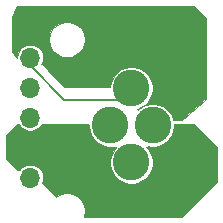
<source format=gtl>
G04 #@! TF.GenerationSoftware,KiCad,Pcbnew,5.1.5-52549c5~84~ubuntu19.10.1*
G04 #@! TF.CreationDate,2020-03-01T20:16:17+01:00*
G04 #@! TF.ProjectId,C245_conn,43323435-5f63-46f6-9e6e-2e6b69636164,rev?*
G04 #@! TF.SameCoordinates,Original*
G04 #@! TF.FileFunction,Copper,L1,Top*
G04 #@! TF.FilePolarity,Positive*
%FSLAX46Y46*%
G04 Gerber Fmt 4.6, Leading zero omitted, Abs format (unit mm)*
G04 Created by KiCad (PCBNEW 5.1.5-52549c5~84~ubuntu19.10.1) date 2020-03-01 20:16:17*
%MOMM*%
%LPD*%
G04 APERTURE LIST*
%ADD10C,3.100000*%
%ADD11O,1.700000X1.700000*%
%ADD12R,1.700000X1.700000*%
%ADD13C,0.200000*%
%ADD14C,0.100000*%
G04 APERTURE END LIST*
D10*
X116275000Y-107025000D03*
X112675000Y-107025000D03*
X116275000Y-113325000D03*
X112675000Y-113325000D03*
X110875000Y-110175000D03*
X114475000Y-110175000D03*
D11*
X104100000Y-114600000D03*
X104100000Y-112060000D03*
X104100000Y-109520000D03*
X104100000Y-106980000D03*
X104100000Y-104440000D03*
D12*
X104100000Y-101900000D03*
D13*
X112675000Y-107025000D02*
X111700000Y-108000000D01*
X111700000Y-108000000D02*
X107000000Y-108000000D01*
X107000000Y-108000000D02*
X104000000Y-105000000D01*
X104100000Y-104900000D02*
X104100000Y-104440000D01*
X104000000Y-105000000D02*
X104100000Y-104900000D01*
D14*
G36*
X103245575Y-110221209D02*
G01*
X103398791Y-110374425D01*
X103578955Y-110494807D01*
X103779142Y-110577727D01*
X103991659Y-110620000D01*
X104208341Y-110620000D01*
X104420858Y-110577727D01*
X104621045Y-110494807D01*
X104801209Y-110374425D01*
X104954425Y-110221209D01*
X105068823Y-110050000D01*
X108948634Y-110050000D01*
X109000967Y-110071677D01*
X109075000Y-110145710D01*
X109075000Y-110352284D01*
X109144173Y-110700041D01*
X109279861Y-111027620D01*
X109476849Y-111322433D01*
X109727567Y-111573151D01*
X110022380Y-111770139D01*
X110349959Y-111905827D01*
X110697716Y-111975000D01*
X110904290Y-111975000D01*
X110935356Y-112006066D01*
X110942932Y-112012284D01*
X110951577Y-112016905D01*
X111022287Y-112046194D01*
X111031667Y-112049039D01*
X111041421Y-112050000D01*
X111404416Y-112050000D01*
X111276849Y-112177567D01*
X111079861Y-112472380D01*
X110944173Y-112799959D01*
X110875000Y-113147716D01*
X110875000Y-113502284D01*
X110944173Y-113850041D01*
X111079861Y-114177620D01*
X111276849Y-114472433D01*
X111527567Y-114723151D01*
X111822380Y-114920139D01*
X112149959Y-115055827D01*
X112497716Y-115125000D01*
X112852284Y-115125000D01*
X113200041Y-115055827D01*
X113527620Y-114920139D01*
X113822433Y-114723151D01*
X114073151Y-114472433D01*
X114270139Y-114177620D01*
X114405827Y-113850041D01*
X114475000Y-113502284D01*
X114475000Y-113147716D01*
X114405827Y-112799959D01*
X114270139Y-112472380D01*
X114073151Y-112177567D01*
X113944681Y-112049097D01*
X113951860Y-112048097D01*
X114004433Y-112033162D01*
X114013554Y-112029572D01*
X114021799Y-112024272D01*
X114027679Y-112018795D01*
X114064548Y-111978451D01*
X114072360Y-111967082D01*
X114089145Y-111933513D01*
X114297716Y-111975000D01*
X114652284Y-111975000D01*
X115000041Y-111905827D01*
X115327620Y-111770139D01*
X115622433Y-111573151D01*
X115873151Y-111322433D01*
X116070139Y-111027620D01*
X116205827Y-110700041D01*
X116275000Y-110352284D01*
X116275000Y-110050000D01*
X117948634Y-110050000D01*
X118000967Y-110071677D01*
X119928323Y-111999033D01*
X119950000Y-112051366D01*
X119950000Y-114948634D01*
X119928323Y-115000967D01*
X117000967Y-117928323D01*
X116948634Y-117950000D01*
X108631126Y-117950000D01*
X108667356Y-117862534D01*
X108725000Y-117572737D01*
X108725000Y-117277263D01*
X108667356Y-116987466D01*
X108554283Y-116714483D01*
X108390126Y-116468806D01*
X108181194Y-116259874D01*
X107935517Y-116095717D01*
X107662534Y-115982644D01*
X107372737Y-115925000D01*
X107077263Y-115925000D01*
X106787466Y-115982644D01*
X106514483Y-116095717D01*
X106305839Y-116235129D01*
X105109060Y-115038350D01*
X105157727Y-114920858D01*
X105200000Y-114708341D01*
X105200000Y-114491659D01*
X105157727Y-114279142D01*
X105074807Y-114078955D01*
X104954425Y-113898791D01*
X104801209Y-113745575D01*
X104621045Y-113625193D01*
X104420858Y-113542273D01*
X104208341Y-113500000D01*
X103991659Y-113500000D01*
X103779142Y-113542273D01*
X103578955Y-113625193D01*
X103398791Y-113745575D01*
X103245575Y-113898791D01*
X103211358Y-113950000D01*
X103051366Y-113950000D01*
X102999033Y-113928323D01*
X102071677Y-113000967D01*
X102050000Y-112948634D01*
X102050000Y-111051366D01*
X102071677Y-110999033D01*
X102999033Y-110071677D01*
X103051366Y-110050000D01*
X103131177Y-110050000D01*
X103245575Y-110221209D01*
G37*
X103245575Y-110221209D02*
X103398791Y-110374425D01*
X103578955Y-110494807D01*
X103779142Y-110577727D01*
X103991659Y-110620000D01*
X104208341Y-110620000D01*
X104420858Y-110577727D01*
X104621045Y-110494807D01*
X104801209Y-110374425D01*
X104954425Y-110221209D01*
X105068823Y-110050000D01*
X108948634Y-110050000D01*
X109000967Y-110071677D01*
X109075000Y-110145710D01*
X109075000Y-110352284D01*
X109144173Y-110700041D01*
X109279861Y-111027620D01*
X109476849Y-111322433D01*
X109727567Y-111573151D01*
X110022380Y-111770139D01*
X110349959Y-111905827D01*
X110697716Y-111975000D01*
X110904290Y-111975000D01*
X110935356Y-112006066D01*
X110942932Y-112012284D01*
X110951577Y-112016905D01*
X111022287Y-112046194D01*
X111031667Y-112049039D01*
X111041421Y-112050000D01*
X111404416Y-112050000D01*
X111276849Y-112177567D01*
X111079861Y-112472380D01*
X110944173Y-112799959D01*
X110875000Y-113147716D01*
X110875000Y-113502284D01*
X110944173Y-113850041D01*
X111079861Y-114177620D01*
X111276849Y-114472433D01*
X111527567Y-114723151D01*
X111822380Y-114920139D01*
X112149959Y-115055827D01*
X112497716Y-115125000D01*
X112852284Y-115125000D01*
X113200041Y-115055827D01*
X113527620Y-114920139D01*
X113822433Y-114723151D01*
X114073151Y-114472433D01*
X114270139Y-114177620D01*
X114405827Y-113850041D01*
X114475000Y-113502284D01*
X114475000Y-113147716D01*
X114405827Y-112799959D01*
X114270139Y-112472380D01*
X114073151Y-112177567D01*
X113944681Y-112049097D01*
X113951860Y-112048097D01*
X114004433Y-112033162D01*
X114013554Y-112029572D01*
X114021799Y-112024272D01*
X114027679Y-112018795D01*
X114064548Y-111978451D01*
X114072360Y-111967082D01*
X114089145Y-111933513D01*
X114297716Y-111975000D01*
X114652284Y-111975000D01*
X115000041Y-111905827D01*
X115327620Y-111770139D01*
X115622433Y-111573151D01*
X115873151Y-111322433D01*
X116070139Y-111027620D01*
X116205827Y-110700041D01*
X116275000Y-110352284D01*
X116275000Y-110050000D01*
X117948634Y-110050000D01*
X118000967Y-110071677D01*
X119928323Y-111999033D01*
X119950000Y-112051366D01*
X119950000Y-114948634D01*
X119928323Y-115000967D01*
X117000967Y-117928323D01*
X116948634Y-117950000D01*
X108631126Y-117950000D01*
X108667356Y-117862534D01*
X108725000Y-117572737D01*
X108725000Y-117277263D01*
X108667356Y-116987466D01*
X108554283Y-116714483D01*
X108390126Y-116468806D01*
X108181194Y-116259874D01*
X107935517Y-116095717D01*
X107662534Y-115982644D01*
X107372737Y-115925000D01*
X107077263Y-115925000D01*
X106787466Y-115982644D01*
X106514483Y-116095717D01*
X106305839Y-116235129D01*
X105109060Y-115038350D01*
X105157727Y-114920858D01*
X105200000Y-114708341D01*
X105200000Y-114491659D01*
X105157727Y-114279142D01*
X105074807Y-114078955D01*
X104954425Y-113898791D01*
X104801209Y-113745575D01*
X104621045Y-113625193D01*
X104420858Y-113542273D01*
X104208341Y-113500000D01*
X103991659Y-113500000D01*
X103779142Y-113542273D01*
X103578955Y-113625193D01*
X103398791Y-113745575D01*
X103245575Y-113898791D01*
X103211358Y-113950000D01*
X103051366Y-113950000D01*
X102999033Y-113928323D01*
X102071677Y-113000967D01*
X102050000Y-112948634D01*
X102050000Y-111051366D01*
X102071677Y-110999033D01*
X102999033Y-110071677D01*
X103051366Y-110050000D01*
X103131177Y-110050000D01*
X103245575Y-110221209D01*
G36*
X118928323Y-100999033D02*
G01*
X118950000Y-101051366D01*
X118950000Y-107944381D01*
X118925211Y-107999581D01*
X116955991Y-109750000D01*
X116225726Y-109750000D01*
X116205827Y-109649959D01*
X116070139Y-109322380D01*
X115873151Y-109027567D01*
X115622433Y-108776849D01*
X115327620Y-108579861D01*
X115000041Y-108444173D01*
X114652284Y-108375000D01*
X114297716Y-108375000D01*
X113949959Y-108444173D01*
X113622380Y-108579861D01*
X113327567Y-108776849D01*
X113245530Y-108858886D01*
X113139374Y-108767894D01*
X113200041Y-108755827D01*
X113527620Y-108620139D01*
X113822433Y-108423151D01*
X114073151Y-108172433D01*
X114270139Y-107877620D01*
X114405827Y-107550041D01*
X114475000Y-107202284D01*
X114475000Y-106847716D01*
X114405827Y-106499959D01*
X114270139Y-106172380D01*
X114073151Y-105877567D01*
X113822433Y-105626849D01*
X113527620Y-105429861D01*
X113200041Y-105294173D01*
X112852284Y-105225000D01*
X112497716Y-105225000D01*
X112149959Y-105294173D01*
X111822380Y-105429861D01*
X111527567Y-105626849D01*
X111276849Y-105877567D01*
X111079861Y-106172380D01*
X110944173Y-106499959D01*
X110875000Y-106847716D01*
X110875000Y-106950000D01*
X107051366Y-106950000D01*
X106999033Y-106928323D01*
X105064644Y-104993934D01*
X105057068Y-104987716D01*
X105057008Y-104987684D01*
X105074807Y-104961045D01*
X105157727Y-104760858D01*
X105200000Y-104548341D01*
X105200000Y-104331659D01*
X105157727Y-104119142D01*
X105074807Y-103918955D01*
X104954425Y-103738791D01*
X104801209Y-103585575D01*
X104621045Y-103465193D01*
X104420858Y-103382273D01*
X104208341Y-103340000D01*
X103991659Y-103340000D01*
X103779142Y-103382273D01*
X103578955Y-103465193D01*
X103398791Y-103585575D01*
X103245575Y-103738791D01*
X103125193Y-103918955D01*
X103042273Y-104119142D01*
X103000000Y-104331659D01*
X103000000Y-104497187D01*
X102591973Y-104002609D01*
X102575000Y-103955366D01*
X102575000Y-102777263D01*
X105725000Y-102777263D01*
X105725000Y-103072737D01*
X105782644Y-103362534D01*
X105895717Y-103635517D01*
X106059874Y-103881194D01*
X106268806Y-104090126D01*
X106514483Y-104254283D01*
X106787466Y-104367356D01*
X107077263Y-104425000D01*
X107372737Y-104425000D01*
X107662534Y-104367356D01*
X107935517Y-104254283D01*
X108181194Y-104090126D01*
X108390126Y-103881194D01*
X108554283Y-103635517D01*
X108667356Y-103362534D01*
X108725000Y-103072737D01*
X108725000Y-102777263D01*
X108667356Y-102487466D01*
X108554283Y-102214483D01*
X108390126Y-101968806D01*
X108181194Y-101759874D01*
X107935517Y-101595717D01*
X107662534Y-101482644D01*
X107372737Y-101425000D01*
X107077263Y-101425000D01*
X106787466Y-101482644D01*
X106514483Y-101595717D01*
X106268806Y-101759874D01*
X106059874Y-101968806D01*
X105895717Y-102214483D01*
X105782644Y-102487466D01*
X105725000Y-102777263D01*
X102575000Y-102777263D01*
X102575000Y-101028108D01*
X102582224Y-100996063D01*
X103015001Y-100084953D01*
X103023824Y-100075000D01*
X118004290Y-100075000D01*
X118928323Y-100999033D01*
G37*
X118928323Y-100999033D02*
X118950000Y-101051366D01*
X118950000Y-107944381D01*
X118925211Y-107999581D01*
X116955991Y-109750000D01*
X116225726Y-109750000D01*
X116205827Y-109649959D01*
X116070139Y-109322380D01*
X115873151Y-109027567D01*
X115622433Y-108776849D01*
X115327620Y-108579861D01*
X115000041Y-108444173D01*
X114652284Y-108375000D01*
X114297716Y-108375000D01*
X113949959Y-108444173D01*
X113622380Y-108579861D01*
X113327567Y-108776849D01*
X113245530Y-108858886D01*
X113139374Y-108767894D01*
X113200041Y-108755827D01*
X113527620Y-108620139D01*
X113822433Y-108423151D01*
X114073151Y-108172433D01*
X114270139Y-107877620D01*
X114405827Y-107550041D01*
X114475000Y-107202284D01*
X114475000Y-106847716D01*
X114405827Y-106499959D01*
X114270139Y-106172380D01*
X114073151Y-105877567D01*
X113822433Y-105626849D01*
X113527620Y-105429861D01*
X113200041Y-105294173D01*
X112852284Y-105225000D01*
X112497716Y-105225000D01*
X112149959Y-105294173D01*
X111822380Y-105429861D01*
X111527567Y-105626849D01*
X111276849Y-105877567D01*
X111079861Y-106172380D01*
X110944173Y-106499959D01*
X110875000Y-106847716D01*
X110875000Y-106950000D01*
X107051366Y-106950000D01*
X106999033Y-106928323D01*
X105064644Y-104993934D01*
X105057068Y-104987716D01*
X105057008Y-104987684D01*
X105074807Y-104961045D01*
X105157727Y-104760858D01*
X105200000Y-104548341D01*
X105200000Y-104331659D01*
X105157727Y-104119142D01*
X105074807Y-103918955D01*
X104954425Y-103738791D01*
X104801209Y-103585575D01*
X104621045Y-103465193D01*
X104420858Y-103382273D01*
X104208341Y-103340000D01*
X103991659Y-103340000D01*
X103779142Y-103382273D01*
X103578955Y-103465193D01*
X103398791Y-103585575D01*
X103245575Y-103738791D01*
X103125193Y-103918955D01*
X103042273Y-104119142D01*
X103000000Y-104331659D01*
X103000000Y-104497187D01*
X102591973Y-104002609D01*
X102575000Y-103955366D01*
X102575000Y-102777263D01*
X105725000Y-102777263D01*
X105725000Y-103072737D01*
X105782644Y-103362534D01*
X105895717Y-103635517D01*
X106059874Y-103881194D01*
X106268806Y-104090126D01*
X106514483Y-104254283D01*
X106787466Y-104367356D01*
X107077263Y-104425000D01*
X107372737Y-104425000D01*
X107662534Y-104367356D01*
X107935517Y-104254283D01*
X108181194Y-104090126D01*
X108390126Y-103881194D01*
X108554283Y-103635517D01*
X108667356Y-103362534D01*
X108725000Y-103072737D01*
X108725000Y-102777263D01*
X108667356Y-102487466D01*
X108554283Y-102214483D01*
X108390126Y-101968806D01*
X108181194Y-101759874D01*
X107935517Y-101595717D01*
X107662534Y-101482644D01*
X107372737Y-101425000D01*
X107077263Y-101425000D01*
X106787466Y-101482644D01*
X106514483Y-101595717D01*
X106268806Y-101759874D01*
X106059874Y-101968806D01*
X105895717Y-102214483D01*
X105782644Y-102487466D01*
X105725000Y-102777263D01*
X102575000Y-102777263D01*
X102575000Y-101028108D01*
X102582224Y-100996063D01*
X103015001Y-100084953D01*
X103023824Y-100075000D01*
X118004290Y-100075000D01*
X118928323Y-100999033D01*
M02*

</source>
